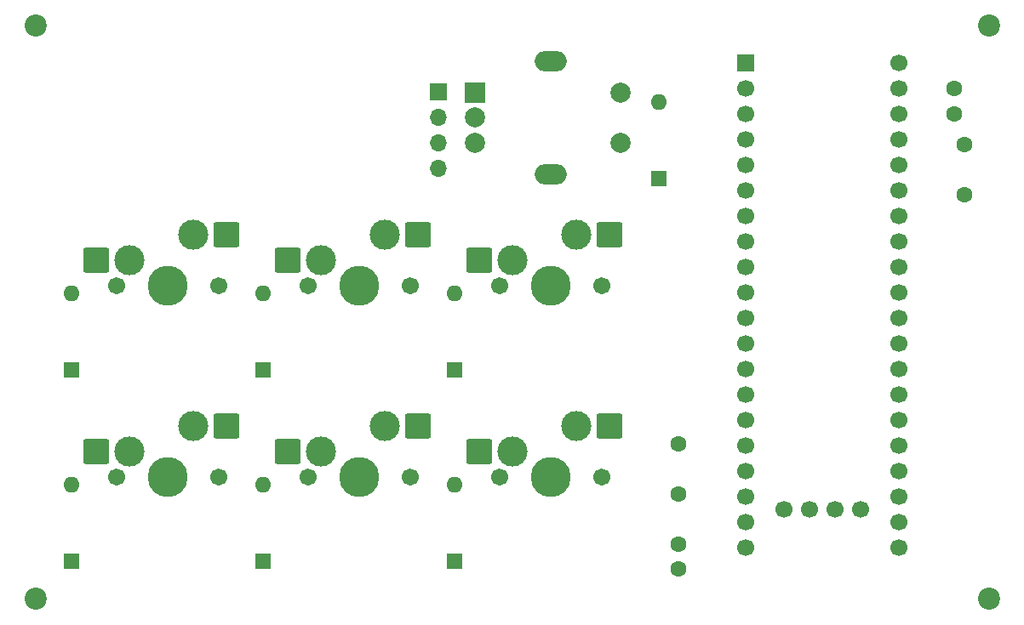
<source format=gbs>
G04 #@! TF.GenerationSoftware,KiCad,Pcbnew,9.0.2*
G04 #@! TF.CreationDate,2025-09-21T22:05:50-04:00*
G04 #@! TF.ProjectId,vWAN-macropad,7657414e-2d6d-4616-9372-6f7061642e6b,v1*
G04 #@! TF.SameCoordinates,Original*
G04 #@! TF.FileFunction,Soldermask,Bot*
G04 #@! TF.FilePolarity,Negative*
%FSLAX46Y46*%
G04 Gerber Fmt 4.6, Leading zero omitted, Abs format (unit mm)*
G04 Created by KiCad (PCBNEW 9.0.2) date 2025-09-21 22:05:50*
%MOMM*%
%LPD*%
G01*
G04 APERTURE LIST*
G04 Aperture macros list*
%AMRoundRect*
0 Rectangle with rounded corners*
0 $1 Rounding radius*
0 $2 $3 $4 $5 $6 $7 $8 $9 X,Y pos of 4 corners*
0 Add a 4 corners polygon primitive as box body*
4,1,4,$2,$3,$4,$5,$6,$7,$8,$9,$2,$3,0*
0 Add four circle primitives for the rounded corners*
1,1,$1+$1,$2,$3*
1,1,$1+$1,$4,$5*
1,1,$1+$1,$6,$7*
1,1,$1+$1,$8,$9*
0 Add four rect primitives between the rounded corners*
20,1,$1+$1,$2,$3,$4,$5,0*
20,1,$1+$1,$4,$5,$6,$7,0*
20,1,$1+$1,$6,$7,$8,$9,0*
20,1,$1+$1,$8,$9,$2,$3,0*%
G04 Aperture macros list end*
%ADD10C,2.200000*%
%ADD11C,1.600000*%
%ADD12R,1.700000X1.700000*%
%ADD13C,1.700000*%
%ADD14O,3.200000X2.000000*%
%ADD15R,2.000000X2.000000*%
%ADD16C,2.000000*%
%ADD17O,1.700000X1.700000*%
%ADD18C,1.701800*%
%ADD19C,3.000000*%
%ADD20C,3.987800*%
%ADD21RoundRect,0.200000X1.075000X1.050000X-1.075000X1.050000X-1.075000X-1.050000X1.075000X-1.050000X0*%
%ADD22R,1.600000X1.600000*%
%ADD23O,1.600000X1.600000*%
G04 APERTURE END LIST*
D10*
X220266000Y-135557000D03*
D11*
X189357000Y-120142000D03*
X189357000Y-125142000D03*
D10*
X220266000Y-78438000D03*
D12*
X196088000Y-82169000D03*
D13*
X196088000Y-84709000D03*
X196088000Y-87249000D03*
X196088000Y-89789000D03*
X196088000Y-92329000D03*
X196088000Y-94869000D03*
X196088000Y-97409000D03*
X196088000Y-99949000D03*
X196088000Y-102489000D03*
X196088000Y-105029000D03*
X196088000Y-107569000D03*
X196088000Y-110109000D03*
X196088000Y-112649000D03*
X196088000Y-115189000D03*
X196088000Y-117729000D03*
X196088000Y-120269000D03*
X196088000Y-122809000D03*
X196088000Y-125349000D03*
X196088000Y-127889000D03*
X196088000Y-130429000D03*
X211328000Y-130429000D03*
X211328000Y-127889000D03*
X211328000Y-125349000D03*
X211328000Y-122809000D03*
X211328000Y-120269000D03*
X211328000Y-117729000D03*
X211328000Y-115189000D03*
X211328000Y-112649000D03*
X211328000Y-110109000D03*
X211328000Y-107569000D03*
X211328000Y-105029000D03*
X211328000Y-102489000D03*
X211328000Y-99949000D03*
X211328000Y-97409000D03*
X211328000Y-94869000D03*
X211328000Y-92329000D03*
X211328000Y-89789000D03*
X211328000Y-87249000D03*
X211328000Y-84709000D03*
X211328000Y-82169000D03*
X207520000Y-126618000D03*
X204980000Y-126618000D03*
X202440000Y-126618000D03*
X199900000Y-126618000D03*
D14*
X176657000Y-82030000D03*
X176657000Y-93230000D03*
D15*
X169157000Y-85130000D03*
D16*
X169157000Y-90130000D03*
X169157000Y-87630000D03*
X183657000Y-90130000D03*
X183657000Y-85130000D03*
D11*
X217805000Y-90337000D03*
X217805000Y-95337000D03*
X216789000Y-84729000D03*
X216789000Y-87229000D03*
D10*
X125428000Y-78438000D03*
D12*
X165481000Y-85069000D03*
D17*
X165481000Y-87609000D03*
X165481000Y-90149000D03*
X165481000Y-92689000D03*
D11*
X189357000Y-130068000D03*
X189357000Y-132568000D03*
D10*
X125428000Y-135557000D03*
D18*
X162687000Y-123444000D03*
D19*
X160147000Y-118364000D03*
D20*
X157607000Y-123444000D03*
D19*
X153797000Y-120904000D03*
D18*
X152527000Y-123444000D03*
D21*
X150522000Y-120904000D03*
X163449000Y-118364000D03*
D18*
X181737000Y-123444000D03*
D19*
X179197000Y-118364000D03*
D20*
X176657000Y-123444000D03*
D19*
X172847000Y-120904000D03*
D18*
X171577000Y-123444000D03*
D21*
X169572000Y-120904000D03*
X182499000Y-118364000D03*
D22*
X167132000Y-112776000D03*
D23*
X167132000Y-105156000D03*
D18*
X143637000Y-104394000D03*
D19*
X141097000Y-99314000D03*
D20*
X138557000Y-104394000D03*
D19*
X134747000Y-101854000D03*
D18*
X133477000Y-104394000D03*
D21*
X131472000Y-101854000D03*
X144399000Y-99314000D03*
D22*
X129032000Y-131826000D03*
D23*
X129032000Y-124206000D03*
D22*
X129032000Y-112776000D03*
D23*
X129032000Y-105156000D03*
D22*
X148082000Y-131826000D03*
D23*
X148082000Y-124206000D03*
D18*
X143637000Y-123444000D03*
D19*
X141097000Y-118364000D03*
D20*
X138557000Y-123444000D03*
D19*
X134747000Y-120904000D03*
D18*
X133477000Y-123444000D03*
D21*
X131472000Y-120904000D03*
X144399000Y-118364000D03*
D22*
X148082000Y-112776000D03*
D23*
X148082000Y-105156000D03*
D22*
X167132000Y-131826000D03*
D23*
X167132000Y-124206000D03*
D22*
X187452000Y-93726000D03*
D23*
X187452000Y-86106000D03*
D18*
X181737000Y-104394000D03*
D19*
X179197000Y-99314000D03*
D20*
X176657000Y-104394000D03*
D19*
X172847000Y-101854000D03*
D18*
X171577000Y-104394000D03*
D21*
X169572000Y-101854000D03*
X182499000Y-99314000D03*
D18*
X162687000Y-104394000D03*
D19*
X160147000Y-99314000D03*
D20*
X157607000Y-104394000D03*
D19*
X153797000Y-101854000D03*
D18*
X152527000Y-104394000D03*
D21*
X150522000Y-101854000D03*
X163449000Y-99314000D03*
M02*

</source>
